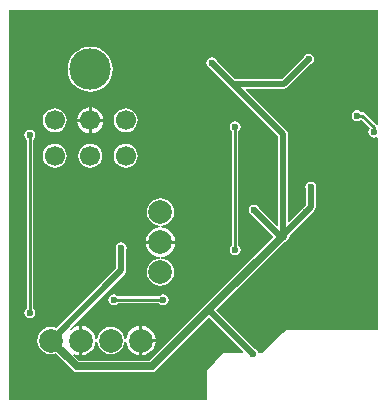
<source format=gbl>
G04 Layer_Physical_Order=2*
G04 Layer_Color=16711680*
%FSLAX44Y44*%
%MOMM*%
G71*
G01*
G75*
%ADD18C,0.2540*%
%ADD19C,0.5080*%
%ADD22C,2.0000*%
%ADD23C,3.5000*%
%ADD24C,1.7000*%
%ADD25C,0.6096*%
%ADD26C,0.6000*%
%ADD27C,0.7620*%
%ADD28C,0.6350*%
G36*
X368046Y285179D02*
X366776Y284794D01*
X366456Y285272D01*
X366456Y285272D01*
X356852Y294876D01*
X355928Y295494D01*
X354838Y295711D01*
X354838Y295711D01*
X354058D01*
X353782Y296124D01*
X352285Y297124D01*
X350520Y297475D01*
X348755Y297124D01*
X347258Y296124D01*
X346259Y294627D01*
X345907Y292862D01*
X346259Y291097D01*
X347258Y289600D01*
X348755Y288601D01*
X350520Y288249D01*
X352285Y288601D01*
X353782Y289600D01*
X354045Y289626D01*
X361229Y282442D01*
X361180Y281948D01*
X360181Y280451D01*
X359829Y278686D01*
X360181Y276921D01*
X361180Y275424D01*
X362677Y274424D01*
X364442Y274073D01*
X366207Y274424D01*
X366776Y274805D01*
X368046Y274126D01*
X368046Y111252D01*
X289906Y111252D01*
X287274Y108712D01*
X270164Y92202D01*
X266945D01*
X266898Y92443D01*
X265898Y93940D01*
X264401Y94939D01*
X264193Y94981D01*
X231235Y127939D01*
X289451Y186155D01*
X289863Y186238D01*
X291628Y187416D01*
X292806Y189181D01*
X293221Y191262D01*
X293206Y191334D01*
X308389Y206517D01*
X308597Y206558D01*
X310094Y207558D01*
X311094Y209055D01*
X311135Y209263D01*
X314080Y212208D01*
X314978Y213552D01*
X315294Y215138D01*
Y230214D01*
X315411Y230391D01*
X315763Y232156D01*
X315411Y233921D01*
X314412Y235418D01*
X312915Y236418D01*
X311150Y236769D01*
X309385Y236418D01*
X307888Y235418D01*
X306889Y233921D01*
X306537Y232156D01*
X306889Y230391D01*
X307006Y230214D01*
Y216854D01*
X305275Y215123D01*
X305067Y215082D01*
X303570Y214082D01*
X302570Y212585D01*
X302529Y212377D01*
X293099Y202947D01*
X291926Y203433D01*
Y277114D01*
X291610Y278700D01*
X290712Y280044D01*
X256287Y314469D01*
X256773Y315642D01*
X288544D01*
X290130Y315958D01*
X291474Y316856D01*
X310929Y336311D01*
X311137Y336353D01*
X312634Y337352D01*
X313633Y338849D01*
X313985Y340614D01*
X313633Y342379D01*
X312634Y343876D01*
X311137Y344875D01*
X309372Y345227D01*
X307607Y344875D01*
X306110Y343876D01*
X305110Y342379D01*
X305069Y342171D01*
X286828Y323930D01*
X246826D01*
X231633Y339123D01*
X231591Y339331D01*
X230592Y340828D01*
X229095Y341828D01*
X227330Y342179D01*
X225565Y341828D01*
X224068Y340828D01*
X223069Y339331D01*
X222717Y337566D01*
X223069Y335801D01*
X224068Y334304D01*
X225565Y333304D01*
X225773Y333263D01*
X242180Y316856D01*
X283638Y275398D01*
Y200131D01*
X282465Y199645D01*
X267701Y214409D01*
X267659Y214617D01*
X266660Y216114D01*
X265163Y217113D01*
X263398Y217465D01*
X261633Y217113D01*
X260136Y216114D01*
X259137Y214617D01*
X258785Y212852D01*
X259137Y211087D01*
X260136Y209590D01*
X261633Y208591D01*
X261841Y208549D01*
X280067Y190323D01*
X221148Y131404D01*
X221148Y131404D01*
X175054Y85309D01*
X115014D01*
X110236Y90088D01*
X110955Y91164D01*
X113323Y90184D01*
X115316Y89921D01*
Y102362D01*
Y114803D01*
X113323Y114540D01*
X110282Y113281D01*
X108042Y111562D01*
X107203Y112519D01*
X153552Y158868D01*
X154450Y160212D01*
X154766Y161798D01*
Y178906D01*
X154883Y179083D01*
X155235Y180848D01*
X154883Y182613D01*
X153884Y184110D01*
X152387Y185110D01*
X150622Y185461D01*
X148857Y185110D01*
X147360Y184110D01*
X146361Y182613D01*
X146009Y180848D01*
X146361Y179083D01*
X146478Y178906D01*
Y163514D01*
X95863Y112899D01*
X94194Y113589D01*
X91186Y113985D01*
X88178Y113589D01*
X85374Y112428D01*
X82967Y110581D01*
X81120Y108174D01*
X79959Y105370D01*
X79563Y102362D01*
X79959Y99354D01*
X81120Y96550D01*
X82967Y94143D01*
X85374Y92296D01*
X88178Y91135D01*
X91186Y90739D01*
X94194Y91135D01*
X95215Y91557D01*
X109642Y77130D01*
X111197Y76092D01*
X113030Y75727D01*
X177038D01*
X178871Y76092D01*
X180426Y77130D01*
X225375Y122079D01*
X254079Y93375D01*
X253593Y92202D01*
X237236Y92202D01*
X223012Y76962D01*
X223012Y51816D01*
X55891Y51816D01*
Y382524D01*
X368046Y382524D01*
X368046Y285179D01*
D02*
G37*
%LPC*%
G36*
X196337Y184404D02*
X183896D01*
X171455D01*
X171718Y182411D01*
X172977Y179370D01*
X174981Y176759D01*
X177592Y174755D01*
X180633Y173496D01*
X183074Y173174D01*
X183470Y173122D01*
Y171841D01*
X183074Y171789D01*
X180888Y171501D01*
X178084Y170340D01*
X175677Y168493D01*
X173830Y166086D01*
X172669Y163282D01*
X172273Y160274D01*
X172669Y157266D01*
X173830Y154462D01*
X175677Y152055D01*
X178084Y150208D01*
X180888Y149047D01*
X183896Y148651D01*
X186904Y149047D01*
X189708Y150208D01*
X192115Y152055D01*
X193962Y154462D01*
X195123Y157266D01*
X195519Y160274D01*
X195123Y163282D01*
X193962Y166086D01*
X192115Y168493D01*
X189708Y170340D01*
X186904Y171501D01*
X184718Y171789D01*
X184322Y171841D01*
Y173122D01*
X184718Y173174D01*
X187159Y173496D01*
X190200Y174755D01*
X192811Y176759D01*
X194815Y179370D01*
X196074Y182411D01*
X196337Y184404D01*
D02*
G37*
G36*
X247142Y287823D02*
X245377Y287472D01*
X243880Y286472D01*
X242880Y284975D01*
X242529Y283210D01*
X242880Y281445D01*
X243880Y279948D01*
X244293Y279673D01*
Y182607D01*
X243880Y182332D01*
X242880Y180835D01*
X242529Y179070D01*
X242880Y177305D01*
X243880Y175808D01*
X245377Y174809D01*
X247142Y174457D01*
X248907Y174809D01*
X250404Y175808D01*
X251404Y177305D01*
X251755Y179070D01*
X251404Y180835D01*
X250404Y182332D01*
X249991Y182607D01*
Y279673D01*
X250404Y279948D01*
X251404Y281445D01*
X251755Y283210D01*
X251404Y284975D01*
X250404Y286472D01*
X248907Y287472D01*
X247142Y287823D01*
D02*
G37*
G36*
X94460Y268888D02*
X91843Y268544D01*
X89405Y267534D01*
X87311Y265927D01*
X85704Y263833D01*
X84694Y261395D01*
X84349Y258778D01*
X84694Y256161D01*
X85704Y253723D01*
X87311Y251629D01*
X89405Y250022D01*
X91843Y249012D01*
X94460Y248668D01*
X97077Y249012D01*
X99515Y250022D01*
X101609Y251629D01*
X103216Y253723D01*
X104226Y256161D01*
X104571Y258778D01*
X104226Y261395D01*
X103216Y263833D01*
X101609Y265927D01*
X99515Y267534D01*
X97077Y268544D01*
X94460Y268888D01*
D02*
G37*
G36*
X183896Y222697D02*
X180888Y222301D01*
X178084Y221140D01*
X175677Y219293D01*
X173830Y216886D01*
X172669Y214082D01*
X172273Y211074D01*
X172669Y208066D01*
X173830Y205262D01*
X175677Y202855D01*
X178084Y201008D01*
X180888Y199847D01*
X183074Y199559D01*
X183470Y199507D01*
Y198226D01*
X183074Y198174D01*
X180633Y197852D01*
X177592Y196593D01*
X174981Y194589D01*
X172977Y191978D01*
X171718Y188937D01*
X171455Y186944D01*
X183896D01*
X196337D01*
X196074Y188937D01*
X194815Y191978D01*
X192811Y194589D01*
X190200Y196593D01*
X187159Y197852D01*
X184718Y198174D01*
X184322Y198226D01*
Y199507D01*
X184718Y199559D01*
X186904Y199847D01*
X189708Y201008D01*
X192115Y202855D01*
X193962Y205262D01*
X195123Y208066D01*
X195519Y211074D01*
X195123Y214082D01*
X193962Y216886D01*
X192115Y219293D01*
X189708Y221140D01*
X186904Y222301D01*
X183896Y222697D01*
D02*
G37*
G36*
X186436Y141519D02*
X184671Y141167D01*
X183174Y140168D01*
X182899Y139755D01*
X147809D01*
X147534Y140168D01*
X146037Y141167D01*
X144272Y141519D01*
X142507Y141167D01*
X141010Y140168D01*
X140010Y138671D01*
X139659Y136906D01*
X140010Y135141D01*
X141010Y133644D01*
X142507Y132645D01*
X144272Y132293D01*
X146037Y132645D01*
X147534Y133644D01*
X147809Y134057D01*
X182899D01*
X183174Y133644D01*
X184671Y132645D01*
X186436Y132293D01*
X188201Y132645D01*
X189698Y133644D01*
X190697Y135141D01*
X191049Y136906D01*
X190697Y138671D01*
X189698Y140168D01*
X188201Y141167D01*
X186436Y141519D01*
D02*
G37*
G36*
X179827Y101092D02*
X168656D01*
Y89921D01*
X170649Y90184D01*
X173690Y91443D01*
X176301Y93447D01*
X178305Y96058D01*
X179564Y99099D01*
X179827Y101092D01*
D02*
G37*
G36*
X117856Y114803D02*
Y102362D01*
Y89921D01*
X119849Y90184D01*
X122890Y91443D01*
X125501Y93447D01*
X127505Y96058D01*
X128764Y99099D01*
X129086Y101540D01*
X129138Y101936D01*
X130419D01*
X130471Y101540D01*
X130759Y99354D01*
X131920Y96550D01*
X133767Y94143D01*
X136174Y92296D01*
X138978Y91135D01*
X141986Y90739D01*
X144994Y91135D01*
X147798Y92296D01*
X150205Y94143D01*
X152052Y96550D01*
X153213Y99354D01*
X153501Y101540D01*
X153553Y101936D01*
X154834D01*
X154886Y101540D01*
X155208Y99099D01*
X156467Y96058D01*
X158471Y93447D01*
X161082Y91443D01*
X164123Y90184D01*
X166116Y89921D01*
Y102362D01*
Y114803D01*
X164123Y114540D01*
X161082Y113281D01*
X158471Y111277D01*
X156467Y108666D01*
X155208Y105625D01*
X154886Y103184D01*
X154834Y102788D01*
X153553D01*
X153501Y103184D01*
X153213Y105370D01*
X152052Y108174D01*
X150205Y110581D01*
X147798Y112428D01*
X144994Y113589D01*
X141986Y113985D01*
X138978Y113589D01*
X136174Y112428D01*
X133767Y110581D01*
X131920Y108174D01*
X130759Y105370D01*
X130471Y103184D01*
X130419Y102788D01*
X129138D01*
X129086Y103184D01*
X128764Y105625D01*
X127505Y108666D01*
X125501Y111277D01*
X122890Y113281D01*
X119849Y114540D01*
X117856Y114803D01*
D02*
G37*
G36*
X73406Y280711D02*
X71641Y280359D01*
X70144Y279360D01*
X69145Y277863D01*
X68793Y276098D01*
X69145Y274333D01*
X70144Y272836D01*
X70557Y272561D01*
Y129522D01*
X70144Y129246D01*
X69145Y127749D01*
X68793Y125984D01*
X69145Y124219D01*
X70144Y122722D01*
X71641Y121722D01*
X73406Y121371D01*
X75171Y121722D01*
X76668Y122722D01*
X77667Y124219D01*
X78019Y125984D01*
X77667Y127749D01*
X76668Y129246D01*
X76255Y129522D01*
Y272561D01*
X76668Y272836D01*
X77667Y274333D01*
X78019Y276098D01*
X77667Y277863D01*
X76668Y279360D01*
X75171Y280359D01*
X73406Y280711D01*
D02*
G37*
G36*
X168656Y114803D02*
Y103632D01*
X179827D01*
X179564Y105625D01*
X178305Y108666D01*
X176301Y111277D01*
X173690Y113281D01*
X170649Y114540D01*
X168656Y114803D01*
D02*
G37*
G36*
X123190Y299706D02*
X121588Y299495D01*
X118912Y298386D01*
X116615Y296623D01*
X114852Y294325D01*
X113743Y291650D01*
X113532Y290048D01*
X123190D01*
Y299706D01*
D02*
G37*
G36*
X154460Y298888D02*
X151843Y298544D01*
X149405Y297534D01*
X147311Y295927D01*
X145704Y293833D01*
X144694Y291395D01*
X144349Y288778D01*
X144694Y286161D01*
X145704Y283723D01*
X147311Y281629D01*
X149405Y280022D01*
X151843Y279012D01*
X154460Y278668D01*
X157077Y279012D01*
X159515Y280022D01*
X161609Y281629D01*
X163216Y283723D01*
X164226Y286161D01*
X164571Y288778D01*
X164226Y291395D01*
X163216Y293833D01*
X161609Y295927D01*
X159515Y297534D01*
X157077Y298544D01*
X154460Y298888D01*
D02*
G37*
G36*
X124460Y351094D02*
X120731Y350727D01*
X117145Y349639D01*
X113840Y347872D01*
X110943Y345495D01*
X108566Y342598D01*
X106799Y339293D01*
X105711Y335707D01*
X105344Y331978D01*
X105711Y328249D01*
X106799Y324663D01*
X108566Y321358D01*
X110943Y318461D01*
X113840Y316084D01*
X117145Y314317D01*
X120731Y313229D01*
X124460Y312862D01*
X128189Y313229D01*
X131775Y314317D01*
X135080Y316084D01*
X137977Y318461D01*
X140354Y321358D01*
X142121Y324663D01*
X143209Y328249D01*
X143576Y331978D01*
X143209Y335707D01*
X142121Y339293D01*
X140354Y342598D01*
X137977Y345495D01*
X135080Y347872D01*
X131775Y349639D01*
X128189Y350727D01*
X124460Y351094D01*
D02*
G37*
G36*
X125730Y299706D02*
Y290048D01*
X135388D01*
X135177Y291650D01*
X134068Y294325D01*
X132305Y296623D01*
X130007Y298386D01*
X127332Y299495D01*
X125730Y299706D01*
D02*
G37*
G36*
X94460Y298888D02*
X91843Y298544D01*
X89405Y297534D01*
X87311Y295927D01*
X85704Y293833D01*
X84694Y291395D01*
X84349Y288778D01*
X84694Y286161D01*
X85704Y283723D01*
X87311Y281629D01*
X89405Y280022D01*
X91843Y279012D01*
X94460Y278668D01*
X97077Y279012D01*
X99515Y280022D01*
X101609Y281629D01*
X103216Y283723D01*
X104226Y286161D01*
X104571Y288778D01*
X104226Y291395D01*
X103216Y293833D01*
X101609Y295927D01*
X99515Y297534D01*
X97077Y298544D01*
X94460Y298888D01*
D02*
G37*
G36*
X154460Y268888D02*
X151843Y268544D01*
X149405Y267534D01*
X147311Y265927D01*
X145704Y263833D01*
X144694Y261395D01*
X144349Y258778D01*
X144694Y256161D01*
X145704Y253723D01*
X147311Y251629D01*
X149405Y250022D01*
X151843Y249012D01*
X154460Y248668D01*
X157077Y249012D01*
X159515Y250022D01*
X161609Y251629D01*
X163216Y253723D01*
X164226Y256161D01*
X164571Y258778D01*
X164226Y261395D01*
X163216Y263833D01*
X161609Y265927D01*
X159515Y267534D01*
X157077Y268544D01*
X154460Y268888D01*
D02*
G37*
G36*
X124460D02*
X121843Y268544D01*
X119405Y267534D01*
X117311Y265927D01*
X115704Y263833D01*
X114694Y261395D01*
X114349Y258778D01*
X114694Y256161D01*
X115704Y253723D01*
X117311Y251629D01*
X119405Y250022D01*
X121843Y249012D01*
X124460Y248668D01*
X127077Y249012D01*
X129515Y250022D01*
X131609Y251629D01*
X133216Y253723D01*
X134226Y256161D01*
X134571Y258778D01*
X134226Y261395D01*
X133216Y263833D01*
X131609Y265927D01*
X129515Y267534D01*
X127077Y268544D01*
X124460Y268888D01*
D02*
G37*
G36*
X135388Y287508D02*
X125730D01*
Y277850D01*
X127332Y278061D01*
X130007Y279170D01*
X132305Y280933D01*
X134068Y283231D01*
X135177Y285906D01*
X135388Y287508D01*
D02*
G37*
G36*
X123190D02*
X113532D01*
X113743Y285906D01*
X114852Y283231D01*
X116615Y280933D01*
X118912Y279170D01*
X121588Y278061D01*
X123190Y277850D01*
Y287508D01*
D02*
G37*
%LPD*%
D18*
X247142Y179070D02*
Y283210D01*
X354838Y292862D02*
X364442Y283258D01*
X350520Y292862D02*
X354838D01*
X364442Y278686D02*
Y283258D01*
X144272Y136906D02*
X186436D01*
X73406Y125984D02*
Y276098D01*
D19*
X311150Y215138D02*
Y232156D01*
X306832Y210820D02*
X311150Y215138D01*
X224536Y128016D02*
X225298D01*
X227330Y337566D02*
X245110Y319786D01*
X288544D02*
X309372Y340614D01*
X245110Y319786D02*
X288544D01*
X287782Y191262D02*
Y191770D01*
X284988Y191262D02*
X287782D01*
X263398Y212852D02*
X284988Y191262D01*
X91186Y102362D02*
X150622Y161798D01*
X225298Y128016D02*
X262636Y90678D01*
X287782Y191770D02*
X306832Y210820D01*
X150622Y161798D02*
Y180848D01*
X245110Y319786D02*
X287782Y277114D01*
Y191770D02*
Y277114D01*
D22*
X91186Y102362D02*
D03*
X116586D02*
D03*
X167386D02*
D03*
X141986D02*
D03*
X183896Y211074D02*
D03*
Y185674D02*
D03*
Y160274D02*
D03*
D23*
X124460Y331978D02*
D03*
D24*
Y288778D02*
D03*
X94460D02*
D03*
X154460D02*
D03*
Y258778D02*
D03*
X124460D02*
D03*
X94460D02*
D03*
D25*
X314198Y372872D02*
D03*
X299974Y351536D02*
D03*
X204724Y241046D02*
D03*
X281686Y304292D02*
D03*
X266954Y281940D02*
D03*
X327152Y288544D02*
D03*
X305562Y254508D02*
D03*
X89916Y329946D02*
D03*
X82550Y348234D02*
D03*
X173990Y262128D02*
D03*
X184150Y299974D02*
D03*
X225298Y378206D02*
D03*
X196850Y359156D02*
D03*
X231648Y212344D02*
D03*
X233680Y186182D02*
D03*
X276098Y216662D02*
D03*
X216662Y172212D02*
D03*
X328422Y190500D02*
D03*
X329692Y170688D02*
D03*
X255778Y188722D02*
D03*
X100584Y312928D02*
D03*
X157988Y148336D02*
D03*
X94742Y124206D02*
D03*
X267970Y143256D02*
D03*
X208026Y195834D02*
D03*
X159004Y212344D02*
D03*
X139954Y169418D02*
D03*
X185928Y110998D02*
D03*
X210312Y89916D02*
D03*
X80518Y233934D02*
D03*
X140716Y237490D02*
D03*
X296672Y220726D02*
D03*
X254254Y211328D02*
D03*
D26*
X311150Y232156D02*
D03*
X309372Y340614D02*
D03*
X227330Y337566D02*
D03*
X247142Y283210D02*
D03*
X263398Y212852D02*
D03*
X350520Y292862D02*
D03*
X364442Y278686D02*
D03*
X262636Y90678D02*
D03*
X306832Y210820D02*
D03*
X150622Y180848D02*
D03*
X186436Y136906D02*
D03*
X144272D02*
D03*
X73406Y276098D02*
D03*
Y125984D02*
D03*
X247142Y179070D02*
D03*
D27*
X287782Y191262D02*
D03*
D28*
X224536Y128016D02*
X287782Y191262D01*
X177038Y80518D02*
X224536Y128016D01*
X113030Y80518D02*
X177038D01*
X91186Y102362D02*
X113030Y80518D01*
M02*

</source>
